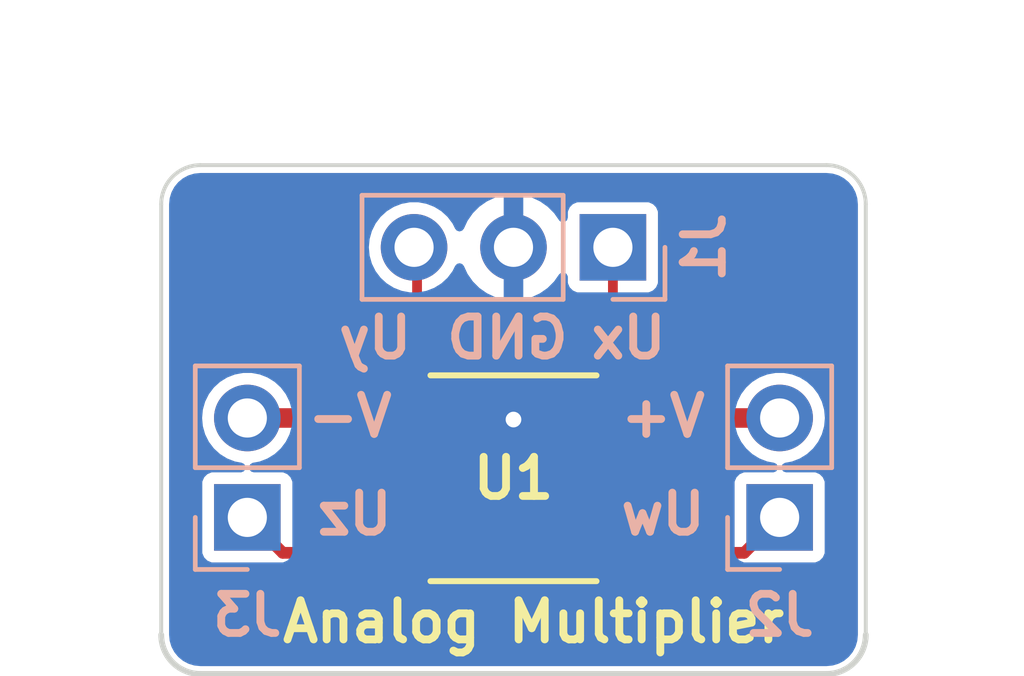
<source format=kicad_pcb>
(kicad_pcb (version 20221018) (generator pcbnew)
  (title_block (title "Analog Voltage Multiplier Module Board") (date "2024-02-06") (rev "0.1") (company "Carlos Craveiro") (comment 1 "Part of the project Einstein-Boltzmann"))
  (layers (0 "F.Cu" signal) (31 "B.Cu" power) (34 "B.Paste" user) (35 "F.Paste" user) (36 "B.SilkS" user "B.Silkscreen") (37 "F.SilkS" user "F.Silkscreen") (38 "B.Mask" user) (39 "F.Mask" user) (44 "Edge.Cuts" user))
  (net 0 "")
  (net 1 "Net-(J1-Pin_1)")
  (net 2 "Net-(J1-Pin_3)")
  (net 3 "Net-(J2-Pin_1)")
  (net 4 "Net-(J3-Pin_1)")
  (net 5 "VDD")
  (net 6 "GND")
  (net 7 "VEE")
  (footprint "footprints:R_8_ADI" (layer "F.Cu") (at 144 89)
    (fp_text reference "U1" (at 0 0 unlocked) (layer "F.SilkS") (effects (font (thickness 0.2))))
    (fp_text value "AD633ARZ")
    (fp_line (start -2.1209 2.6289) (end 2.1209 2.6289) (stroke (width 0.1524)) (layer "F.SilkS"))
    (fp_line (start 2.1209 -2.6289) (end -2.1209 -2.6289) (stroke (width 0.1524)) (layer "F.SilkS"))
    (pad "1" smd rect (at -2.4638 -1.905) (size 1.969999 0.558) (layers "F.Cu" "F.Paste" "F.Mask") (net 2 "Net-(J1-Pin_3)"))
    (pad "2" smd rect (at -2.4638 -0.635) (size 1.969999 0.558) (layers "F.Cu" "F.Paste" "F.Mask") (net 6 "GND"))
    (pad "3" smd rect (at -2.4638 0.635) (size 1.969999 0.558) (layers "F.Cu" "F.Paste" "F.Mask") (net 7 "VEE"))
    (pad "4" smd rect (at -2.4638 1.905) (size 1.969999 0.558) (layers "F.Cu" "F.Paste" "F.Mask") (net 4 "Net-(J3-Pin_1)"))
    (pad "5" smd rect (at 2.4638 1.905) (size 1.969999 0.558) (layers "F.Cu" "F.Paste" "F.Mask") (net 3 "Net-(J2-Pin_1)"))
    (pad "6" smd rect (at 2.4638 0.635) (size 1.969999 0.558) (layers "F.Cu" "F.Paste" "F.Mask") (net 5 "VDD"))
    (pad "7" smd rect (at 2.4638 -0.635) (size 1.969999 0.558) (layers "F.Cu" "F.Paste" "F.Mask") (net 1 "Net-(J1-Pin_1)"))
    (pad "8" smd rect (at 2.4638 -1.905) (size 1.969999 0.558) (layers "F.Cu" "F.Paste" "F.Mask") (net 6 "GND"))
  )
  (footprint "Connector_PinHeader_2.54mm:PinHeader_1x03_P2.54mm_Vertical" (layer "B.Cu") (at 146.54 83.1 90)
    (fp_text reference "J1" (at 0 2.33 90) (layer "B.SilkS") (effects (font (thickness 0.2) bold) (justify mirror)))
    (fp_text value "Conn_01x03_Pin")
    (fp_line (start -1.33 -6.41) (end 1.33 -6.41) (stroke (width 0.12)) (layer "B.SilkS"))
    (fp_line (start -1.33 -1.27) (end -1.33 -6.41) (stroke (width 0.12)) (layer "B.SilkS"))
    (fp_line (start -1.33 -1.27) (end 1.33 -1.27) (stroke (width 0.12)) (layer "B.SilkS"))
    (fp_line (start -1.33 0) (end -1.33 1.33) (stroke (width 0.12)) (layer "B.SilkS"))
    (fp_line (start -1.33 1.33) (end 0 1.33) (stroke (width 0.12)) (layer "B.SilkS"))
    (fp_line (start 1.33 -1.27) (end 1.33 -6.41) (stroke (width 0.12)) (layer "B.SilkS"))
    (pad "1" thru_hole rect (at 0 0 90) (size 1.7 1.7) (drill 1) (layers "*.Cu" "*.Mask") (net 1 "Net-(J1-Pin_1)"))
    (pad "2" thru_hole oval (at 0 -2.54 90) (size 1.7 1.7) (drill 1) (layers "*.Cu" "*.Mask") (net 6 "GND"))
    (pad "3" thru_hole oval (at 0 -5.08 90) (size 1.7 1.7) (drill 1) (layers "*.Cu" "*.Mask") (net 2 "Net-(J1-Pin_3)"))
  )
  (footprint "Connector_PinHeader_2.54mm:PinHeader_1x02_P2.54mm_Vertical" (layer "B.Cu") (at 137.2 90)
    (fp_text reference "J3" (at 0 2.5 180) (layer "B.SilkS") (effects (font (thickness 0.2) bold) (justify mirror)))
    (fp_text value "Conn_01x02_Pin")
    (fp_line (start -1.33 -3.87) (end 1.33 -3.87) (stroke (width 0.12)) (layer "B.SilkS"))
    (fp_line (start -1.33 -1.27) (end -1.33 -3.87) (stroke (width 0.12)) (layer "B.SilkS"))
    (fp_line (start -1.33 -1.27) (end 1.33 -1.27) (stroke (width 0.12)) (layer "B.SilkS"))
    (fp_line (start -1.33 0) (end -1.33 1.33) (stroke (width 0.12)) (layer "B.SilkS"))
    (fp_line (start -1.33 1.33) (end 0 1.33) (stroke (width 0.12)) (layer "B.SilkS"))
    (fp_line (start 1.33 -1.27) (end 1.33 -3.87) (stroke (width 0.12)) (layer "B.SilkS"))
    (pad "1" thru_hole rect (at 0 0) (size 1.7 1.7) (drill 1) (layers "*.Cu" "*.Mask") (net 4 "Net-(J3-Pin_1)"))
    (pad "2" thru_hole oval (at 0 -2.54) (size 1.7 1.7) (drill 1) (layers "*.Cu" "*.Mask") (net 7 "VEE"))
  )
  (footprint "Connector_PinHeader_2.54mm:PinHeader_1x02_P2.54mm_Vertical" (layer "B.Cu") (at 150.8 90)
    (fp_text reference "J2" (at 0 2.5 180) (layer "B.SilkS") (effects (font (thickness 0.2) bold) (justify mirror)))
    (fp_text value "Conn_01x02_Pin")
    (fp_line (start -1.33 -3.87) (end 1.33 -3.87) (stroke (width 0.12)) (layer "B.SilkS"))
    (fp_line (start -1.33 -1.27) (end -1.33 -3.87) (stroke (width 0.12)) (layer "B.SilkS"))
    (fp_line (start -1.33 -1.27) (end 1.33 -1.27) (stroke (width 0.12)) (layer "B.SilkS"))
    (fp_line (start -1.33 0) (end -1.33 1.33) (stroke (width 0.12)) (layer "B.SilkS"))
    (fp_line (start -1.33 1.33) (end 0 1.33) (stroke (width 0.12)) (layer "B.SilkS"))
    (fp_line (start 1.33 -1.27) (end 1.33 -3.87) (stroke (width 0.12)) (layer "B.SilkS"))
    (pad "1" thru_hole rect (at 0 0) (size 1.7 1.7) (drill 1) (layers "*.Cu" "*.Mask") (net 3 "Net-(J2-Pin_1)"))
    (pad "2" thru_hole oval (at 0 -2.54) (size 1.7 1.7) (drill 1) (layers "*.Cu" "*.Mask") (net 5 "VDD"))
  )
  (gr_line (start 135 93) (end 135 82) (stroke (width 0.1)) (layer "Edge.Cuts"))
  (gr_line (start 136 94) (end 152 94) (stroke (width 0.15)) (layer "Edge.Cuts"))
  (gr_line (start 136 81) (end 152 81) (stroke (width 0.1)) (layer "Edge.Cuts"))
  (gr_arc (start 135 82) (mid 135.292893 81.292893) (end 136 81) (stroke (width 0.1)) (layer "Edge.Cuts"))
  (gr_arc (start 152 81) (mid 152.707107 81.292893) (end 153 82) (stroke (width 0.1)) (layer "Edge.Cuts"))
  (gr_arc (start 136 94) (mid 135.292894 93.707107) (end 135 93) (stroke (width 0.15)) (layer "Edge.Cuts"))
  (gr_arc (start 153 93) (mid 152.707107 93.707106) (end 152 94) (stroke (width 0.15)) (layer "Edge.Cuts"))
  (gr_line (start 153 93) (end 153 82) (stroke (width 0.1)) (layer "Edge.Cuts"))
  (gr_text "Ux" (at 148 86) (layer "B.SilkS") (effects (font (size 1 1) (thickness 0.2)) (justify left bottom mirror)))
  (gr_text "Uz" (at 141 90.5) (layer "B.SilkS") (effects (font (size 1 1) (thickness 0.2) bold) (justify left bottom mirror)))
  (gr_text "V-" (at 141 88) (layer "B.SilkS") (effects (font (size 1 1) (thickness 0.2)) (justify left bottom mirror)))
  (gr_text "Uw" (at 149 90.5) (layer "B.SilkS") (effects (font (size 1 1) (thickness 0.2) bold) (justify left bottom mirror)))
  (gr_text "V+" (at 149 88) (layer "B.SilkS") (effects (font (size 1 1) (thickness 0.2) bold) (justify left bottom mirror)))
  (gr_text "Uy" (at 141.5 86) (layer "B.SilkS") (effects (font (size 1 1) (thickness 0.2) bold) (justify left bottom mirror)))
  (gr_text "GND" (at 145.5 86) (layer "B.SilkS") (effects (font (size 1 1) (thickness 0.2) bold) (justify left bottom mirror)))
  (gr_text "Analog Multiplier" (at 138 93.25) (layer "F.SilkS") (effects (font (size 1 1) (thickness 0.2)) (justify left bottom)))
  (segment (start 148 86) (end 148 88) (width 0.3) (layer "F.Cu") (net 1))
  (segment (start 146.54 84.54) (end 146.54 83.1) (width 0.25) (layer "F.Cu") (net 1))
  (segment (start 146.54 84.54) (end 148 86) (width 0.3) (layer "F.Cu") (net 1))
  (segment (start 147.635 88.365) (end 146.4638 88.365) (width 0.3) (layer "F.Cu") (net 1))
  (segment (start 148 88) (end 147.635 88.365) (width 0.3) (layer "F.Cu") (net 1))
  (segment (start 141.5362 87.095) (end 141.5362 83.1762) (width 0.25) (layer "F.Cu") (net 2))
  (segment (start 141.5362 83.1762) (end 141.46 83.1) (width 0.25) (layer "F.Cu") (net 2))
  (segment (start 141.5362 83.0762) (end 141.46 83) (width 0.3) (layer "F.Cu") (net 2))
  (segment (start 141.5362 87.095) (end 141.095 87.095) (width 0.5) (layer "F.Cu") (net 2))
  (segment (start 150.8 90) (end 149.895 90.905) (width 0.3) (layer "F.Cu") (net 3))
  (segment (start 149.895 90.905) (end 146.4638 90.905) (width 0.3) (layer "F.Cu") (net 3))
  (segment (start 138.105 90.905) (end 141.5362 90.905) (width 0.3) (layer "F.Cu") (net 4))
  (segment (start 137.2 90) (end 138.105 90.905) (width 0.3) (layer "F.Cu") (net 4))
  (segment (start 149 88.825) (end 148.19 89.635) (width 0.5) (layer "F.Cu") (net 5))
  (segment (start 148.19 89.635) (end 146.4638 89.635) (width 0.5) (layer "F.Cu") (net 5))
  (segment (start 149 88) (end 149 88.825) (width 0.5) (layer "F.Cu") (net 5))
  (segment (start 150.8 87.46) (end 149.54 87.46) (width 0.5) (layer "F.Cu") (net 5))
  (segment (start 149.54 87.46) (end 149 88) (width 0.5) (layer "F.Cu") (net 5))
  (segment (start 143.135 88.365) (end 144.405 87.095) (width 0.5) (layer "F.Cu") (net 6))
  (segment (start 141.5362 88.365) (end 143.135 88.365) (width 0.5) (layer "F.Cu") (net 6))
  (segment (start 144.405 87.095) (end 146.4638 87.095) (width 0.5) (layer "F.Cu") (net 6))
  (via (at 144 87.5) (size 0.8) (drill 0.4) (layers "F.Cu" "B.Cu") (net 6))
  (segment (start 141.5362 89.635) (end 139.175 89.635) (width 0.5) (layer "F.Cu") (net 7))
  (segment (start 138.46 87.46) (end 137.2 87.46) (width 0.5) (layer "F.Cu") (net 7))
  (segment (start 139.175 89.635) (end 139.175 88.175) (width 0.5) (layer "F.Cu") (net 7))
  (segment (start 139.175 88.175) (end 138.46 87.46) (width 0.5) (layer "F.Cu") (net 7))
  (zone (net 6) (net_name "GND") (layer "B.Cu") (connect_pads (clearance 0.3)) (min_thickness 0.25) (fill yes (thermal_gap 0.5) (thermal_bridge_width 0.5))
    (polygon (pts (xy 135 81) (xy 135 94) (xy 153 94) (xy 153 81)))
  )
)
</source>
